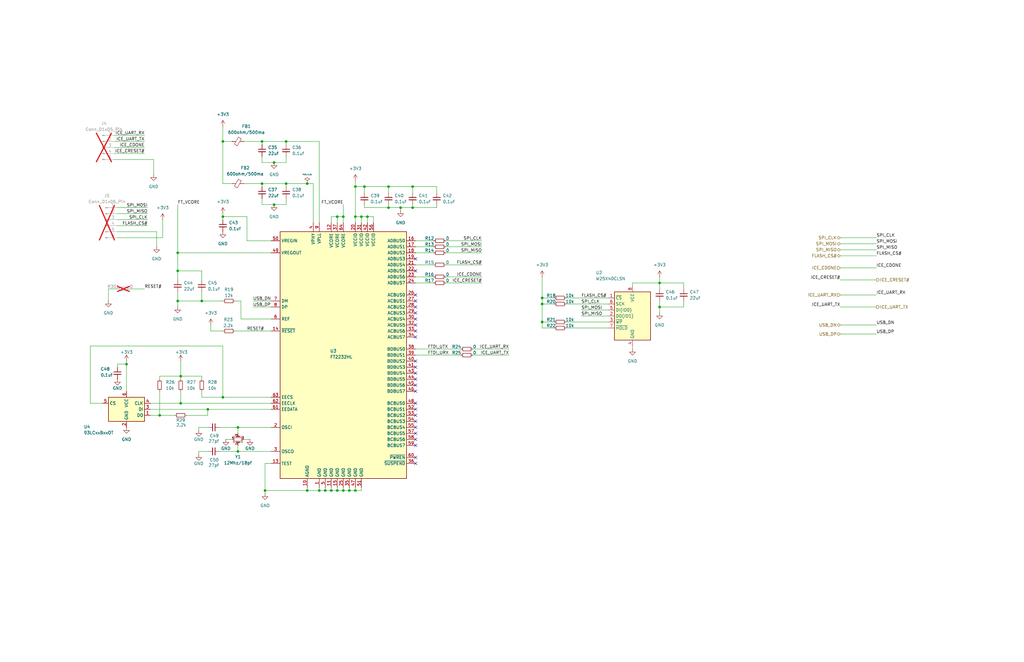
<source format=kicad_sch>
(kicad_sch (version 20231120) (generator "eeschema") (generator_version "8.0")
  (paper "USLedger")
  (lib_symbols
    (symbol "Connector:Conn_01x05_Pin" (pin_names (offset 1.016) hide)
      (property "Reference" "J" (at 0 7.62 0))
      (property "Value" "Conn_01x05_Pin" (at 0 -7.62 0))
      (symbol "Conn_01x05_Pin_1_1"
        (pin passive line (at 5.08 5.08 180) (length 3.81) (name "Pin_1") (number "1"))
        (pin passive line (at 5.08 2.54 180) (length 3.81) (name "Pin_2") (number "2"))
        (pin passive line (at 5.08 0 180) (length 3.81) (name "Pin_3") (number "3"))
        (pin passive line (at 5.08 -2.54 180) (length 3.81) (name "Pin_4") (number "4"))
        (pin passive line (at 5.08 -5.08 180) (length 3.81) (name "Pin_5") (number "5"))
      )
    )
    (symbol "Connector:Conn_01x06_Pin" (pin_names (offset 1.016) hide)
      (property "Reference" "J" (at 0 7.62 0))
      (property "Value" "Conn_01x06_Pin" (at 0 -10.16 0))
      (symbol "Conn_01x06_Pin_1_1"
        (pin passive line (at 5.08 5.08 180) (length 3.81) (name "Pin_1") (number "1"))
        (pin passive line (at 5.08 2.54 180) (length 3.81) (name "Pin_2") (number "2"))
        (pin passive line (at 5.08 0 180) (length 3.81) (name "Pin_3") (number "3"))
        (pin passive line (at 5.08 -2.54 180) (length 3.81) (name "Pin_4") (number "4"))
        (pin passive line (at 5.08 -5.08 180) (length 3.81) (name "Pin_5") (number "5"))
        (pin passive line (at 5.08 -7.62 180) (length 3.81) (name "Pin_6") (number "6"))
      )
    )
    (symbol "Device:C_Small" (pin_numbers hide) (pin_names (offset 0.254) hide)
      (property "Reference" "C" (at 0.254 1.778 0))
      (property "Value" "C_Small" (at 0.254 -2.032 0))
      (symbol "C_Small_1_1"
        (pin passive line (at 0 2.54 270) (length 2.032) (name "~") (number "1"))
        (pin passive line (at 0 -2.54 90) (length 2.032) (name "~") (number "2"))
      )
    )
    (symbol "Device:Crystal_GND24_Small" (pin_names (offset 1.016) hide)
      (property "Reference" "Y" (at 1.27 4.445 0))
      (property "Value" "Crystal_GND24_Small" (at 1.27 2.54 0))
      (symbol "Crystal_GND24_Small_1_1"
        (pin passive line (at -2.54 0 0) (length 1.27) (name "1") (number "1"))
        (pin passive line (at 0 -2.54 90) (length 0.635) (name "2") (number "2"))
        (pin passive line (at 2.54 0 180) (length 1.27) (name "3") (number "3"))
        (pin passive line (at 0 2.54 270) (length 0.635) (name "4") (number "4"))
      )
    )
    (symbol "Device:FerriteBead_Small" (pin_numbers hide) (pin_names (offset 0))
      (property "Reference" "FB" (at 1.905 1.27 0))
      (property "Value" "FerriteBead_Small" (at 1.905 -1.27 0))
      (symbol "FerriteBead_Small_1_1"
        (pin passive line (at 0 2.54 270) (length 1.27) (name "~") (number "1"))
        (pin passive line (at 0 -2.54 90) (length 1.27) (name "~") (number "2"))
      )
    )
    (symbol "Device:R_Small" (pin_numbers hide) (pin_names (offset 0.254) hide)
      (property "Reference" "R" (at 0.762 0.508 0))
      (property "Value" "R_Small" (at 0.762 -1.016 0))
      (symbol "R_Small_1_1"
        (pin passive line (at 0 2.54 270) (length 0.762) (name "~") (number "1"))
        (pin passive line (at 0 -2.54 90) (length 0.762) (name "~") (number "2"))
      )
    )
    (symbol "Interface_USB:FT2232HL"
      (property "Reference" "U" (at -26.67 53.34 0))
      (property "Value" "FT2232HL" (at 19.05 53.34 0))
      (symbol "FT2232HL_1_1"
        (pin power_in line (at -10.16 -55.88 90) (length 3.81) (name "GND") (number "1"))
        (pin power_in line (at -15.24 -55.88 90) (length 3.81) (name "AGND") (number "10"))
        (pin power_in line (at -5.08 -55.88 90) (length 3.81) (name "GND") (number "11"))
        (pin power_in line (at -5.08 55.88 270) (length 3.81) (name "VCORE") (number "12"))
        (pin input line (at -30.48 -45.72 0) (length 3.81) (name "TEST") (number "13"))
        (pin input line (at -30.48 10.16 0) (length 3.81) (name "~{RESET}") (number "14"))
        (pin power_in line (at -2.54 -55.88 90) (length 3.81) (name "GND") (number "15"))
        (pin bidirectional line (at 30.48 48.26 180) (length 3.81) (name "ADBUS0") (number "16"))
        (pin bidirectional line (at 30.48 45.72 180) (length 3.81) (name "ADBUS1") (number "17"))
        (pin bidirectional line (at 30.48 43.18 180) (length 3.81) (name "ADBUS2") (number "18"))
        (pin bidirectional line (at 30.48 40.64 180) (length 3.81) (name "ADBUS3") (number "19"))
        (pin input line (at -30.48 -30.48 0) (length 3.81) (name "OSCI") (number "2"))
        (pin power_in line (at 5.08 55.88 270) (length 3.81) (name "VCCIO") (number "20"))
        (pin bidirectional line (at 30.48 38.1 180) (length 3.81) (name "ADBUS4") (number "21"))
        (pin bidirectional line (at 30.48 35.56 180) (length 3.81) (name "ADBUS5") (number "22"))
        (pin bidirectional line (at 30.48 33.02 180) (length 3.81) (name "ADBUS6") (number "23"))
        (pin bidirectional line (at 30.48 30.48 180) (length 3.81) (name "ADBUS7") (number "24"))
        (pin power_in line (at 0 -55.88 90) (length 3.81) (name "GND") (number "25"))
        (pin bidirectional line (at 30.48 25.4 180) (length 3.81) (name "ACBUS0") (number "26"))
        (pin bidirectional line (at 30.48 22.86 180) (length 3.81) (name "ACBUS1") (number "27"))
        (pin bidirectional line (at 30.48 20.32 180) (length 3.81) (name "ACBUS2") (number "28"))
        (pin bidirectional line (at 30.48 17.78 180) (length 3.81) (name "ACBUS3") (number "29"))
        (pin output line (at -30.48 -40.64 0) (length 3.81) (name "OSCO") (number "3"))
        (pin bidirectional line (at 30.48 15.24 180) (length 3.81) (name "ACBUS4") (number "30"))
        (pin power_in line (at 7.62 55.88 270) (length 3.81) (name "VCCIO") (number "31"))
        (pin bidirectional line (at 30.48 12.7 180) (length 3.81) (name "ACBUS5") (number "32"))
        (pin bidirectional line (at 30.48 10.16 180) (length 3.81) (name "ACBUS6") (number "33"))
        (pin bidirectional line (at 30.48 7.62 180) (length 3.81) (name "ACBUS7") (number "34"))
        (pin power_in line (at 2.54 -55.88 90) (length 3.81) (name "GND") (number "35"))
        (pin output line (at 30.48 -45.72 180) (length 3.81) (name "~{SUSPEND}") (number "36"))
        (pin power_in line (at -2.54 55.88 270) (length 3.81) (name "VCORE") (number "37"))
        (pin bidirectional line (at 30.48 2.54 180) (length 3.81) (name "BDBUS0") (number "38"))
        (pin bidirectional line (at 30.48 0 180) (length 3.81) (name "BDBUS1") (number "39"))
        (pin power_in line (at -12.7 55.88 270) (length 3.81) (name "VPHY") (number "4"))
        (pin bidirectional line (at 30.48 -2.54 180) (length 3.81) (name "BDBUS2") (number "40"))
        (pin bidirectional line (at 30.48 -5.08 180) (length 3.81) (name "BDBUS3") (number "41"))
        (pin power_in line (at 10.16 55.88 270) (length 3.81) (name "VCCIO") (number "42"))
        (pin bidirectional line (at 30.48 -7.62 180) (length 3.81) (name "BDBUS4") (number "43"))
        (pin bidirectional line (at 30.48 -10.16 180) (length 3.81) (name "BDBUS5") (number "44"))
        (pin bidirectional line (at 30.48 -12.7 180) (length 3.81) (name "BDBUS6") (number "45"))
        (pin bidirectional line (at 30.48 -15.24 180) (length 3.81) (name "BDBUS7") (number "46"))
        (pin power_in line (at 5.08 -55.88 90) (length 3.81) (name "GND") (number "47"))
        (pin bidirectional line (at 30.48 -20.32 180) (length 3.81) (name "BCBUS0") (number "48"))
        (pin power_out line (at -30.48 43.18 0) (length 3.81) (name "VREGOUT") (number "49"))
        (pin power_in line (at -7.62 -55.88 90) (length 3.81) (name "GND") (number "5"))
        (pin power_in line (at -30.48 48.26 0) (length 3.81) (name "VREGIN") (number "50"))
        (pin power_in line (at 7.62 -55.88 90) (length 3.81) (name "GND") (number "51"))
        (pin bidirectional line (at 30.48 -22.86 180) (length 3.81) (name "BCBUS1") (number "52"))
        (pin bidirectional line (at 30.48 -25.4 180) (length 3.81) (name "BCBUS2") (number "53"))
        (pin bidirectional line (at 30.48 -27.94 180) (length 3.81) (name "BCBUS3") (number "54"))
        (pin bidirectional line (at 30.48 -30.48 180) (length 3.81) (name "BCBUS4") (number "55"))
        (pin power_in line (at 12.7 55.88 270) (length 3.81) (name "VCCIO") (number "56"))
        (pin bidirectional line (at 30.48 -33.02 180) (length 3.81) (name "BCBUS5") (number "57"))
        (pin bidirectional line (at 30.48 -35.56 180) (length 3.81) (name "BCBUS6") (number "58"))
        (pin bidirectional line (at 30.48 -38.1 180) (length 3.81) (name "BCBUS7") (number "59"))
        (pin output line (at -30.48 15.24 0) (length 3.81) (name "REF") (number "6"))
        (pin output line (at 30.48 -43.18 180) (length 3.81) (name "~{PWREN}") (number "60"))
        (pin bidirectional line (at -30.48 -22.86 0) (length 3.81) (name "EEDATA") (number "61"))
        (pin output line (at -30.48 -20.32 0) (length 3.81) (name "EECLK") (number "62"))
        (pin output line (at -30.48 -17.78 0) (length 3.81) (name "EECS") (number "63"))
        (pin power_in line (at 0 55.88 270) (length 3.81) (name "VCORE") (number "64"))
        (pin bidirectional line (at -30.48 22.86 0) (length 3.81) (name "DM") (number "7"))
        (pin bidirectional line (at -30.48 20.32 0) (length 3.81) (name "DP") (number "8"))
        (pin input line (at -10.16 55.88 270) (length 3.81) (name "VPLL") (number "9"))
      )
    )
    (symbol "Memory_EEPROM:93LCxxBxxOT"
      (property "Reference" "U" (at -6.35 6.35 0))
      (property "Value" "93LCxxBxxOT" (at 7.62 -6.35 0))
      (symbol "93LCxxBxxOT_1_1"
        (pin tri_state line (at 10.16 -2.54 180) (length 2.54) (name "DO") (number "1"))
        (pin power_in line (at 0 -7.62 90) (length 2.54) (name "GND") (number "2"))
        (pin input line (at 10.16 0 180) (length 2.54) (name "DI") (number "3"))
        (pin input line (at 10.16 2.54 180) (length 2.54) (name "CLK") (number "4"))
        (pin input line (at -10.16 2.54 0) (length 2.54) (name "CS") (number "5"))
        (pin power_in line (at 0 7.62 270) (length 2.54) (name "VCC") (number "6"))
      )
    )
    (symbol "Memory_Flash:W25X40CLSN"
      (property "Reference" "U" (at -7.62 10.16 0))
      (property "Value" "W25X40CLSN" (at 2.54 10.16 0))
      (symbol "W25X40CLSN_1_1"
        (pin input line (at -10.16 7.62 0) (length 2.54) (name "~{CS}") (number "1"))
        (pin bidirectional line (at -10.16 0 0) (length 2.54) (name "DO(IO1)") (number "2"))
        (pin bidirectional line (at -10.16 -2.54 0) (length 2.54) (name "~{WP}") (number "3"))
        (pin power_in line (at 0 -12.7 90) (length 2.54) (name "GND") (number "4"))
        (pin bidirectional line (at -10.16 2.54 0) (length 2.54) (name "DI(IO0)") (number "5"))
        (pin input line (at -10.16 5.08 0) (length 2.54) (name "SCK") (number "6"))
        (pin bidirectional line (at -10.16 -5.08 0) (length 2.54) (name "~{HOLD}") (number "7"))
        (pin power_in line (at 0 12.7 270) (length 2.54) (name "VCC") (number "8"))
      )
    )
    (symbol "power:+3V3" (power) (pin_numbers hide) (pin_names (offset 0) hide)
      (property "Value" "+3V3" (at 0 3.556 0))
      (symbol "+3V3_1_1"
        (pin power_in line (at 0 0 90) (length 0) (name "~") (number "1"))
      )
    )
    (symbol "power:GND" (power) (pin_numbers hide) (pin_names (offset 0) hide)
      (property "Value" "GND" (at 0 -3.81 0))
      (symbol "GND_1_1"
        (pin power_in line (at 0 0 270) (length 0) (name "~") (number "1"))
      )
    )
    (symbol "power:PWR_FLAG" (power) (pin_numbers hide) (pin_names (offset 0) hide)
      (property "Value" "PWR_FLAG" (at 0 3.81 0))
      (symbol "PWR_FLAG_0_0"
        (pin power_out line (at 0 0 90) (length 0) (name "~") (number "1"))
      )
    )
  )
  (junction (at 147.32 207.01))
  (junction (at 168.91 87.63))
  (junction (at 85.09 127))
  (junction (at 173.99 87.63))
  (junction (at 149.86 78.74))
  (junction (at 142.24 91.44))
  (junction (at 111.76 207.01))
  (junction (at 100.33 190.5))
  (junction (at 149.86 91.44))
  (junction (at 67.31 175.26))
  (junction (at 149.86 207.01))
  (junction (at 115.57 86.36))
  (junction (at 163.83 78.74))
  (junction (at 93.98 91.44))
  (junction (at 110.49 77.47))
  (junction (at 110.49 59.69))
  (junction (at 87.63 172.72))
  (junction (at 129.54 207.01))
  (junction (at 144.78 207.01))
  (junction (at 76.2 158.75))
  (junction (at 278.13 129.54))
  (junction (at 53.34 153.67))
  (junction (at 142.24 207.01))
  (junction (at 100.33 180.34))
  (junction (at 93.98 167.64))
  (junction (at 74.93 106.68))
  (junction (at 74.93 127))
  (junction (at 154.94 91.44))
  (junction (at 144.78 91.44))
  (junction (at 134.62 207.01))
  (junction (at 115.57 68.58))
  (junction (at 173.99 78.74))
  (junction (at 120.65 59.69))
  (junction (at 120.65 77.47))
  (junction (at 74.93 114.3))
  (junction (at 278.13 119.38))
  (junction (at 152.4 91.44))
  (junction (at 228.6 128.27))
  (junction (at 137.16 207.01))
  (junction (at 76.2 170.18))
  (junction (at 153.67 78.74))
  (junction (at 129.54 77.47))
  (junction (at 93.98 59.69))
  (junction (at 163.83 87.63))
  (junction (at 139.7 207.01))
  (junction (at 228.6 125.73))
  (junction (at 228.6 135.89))
  (no_connect (at 175.26 180.34))
  (no_connect (at 175.26 160.02))
  (no_connect (at 175.26 139.7))
  (no_connect (at 175.26 172.72))
  (no_connect (at 175.26 132.08))
  (no_connect (at 175.26 157.48))
  (no_connect (at 175.26 185.42))
  (no_connect (at 175.26 165.1))
  (no_connect (at 175.26 134.62))
  (no_connect (at 175.26 170.18))
  (no_connect (at 175.26 129.54))
  (no_connect (at 175.26 124.46))
  (no_connect (at 175.26 187.96))
  (no_connect (at 175.26 114.3))
  (no_connect (at 175.26 127))
  (no_connect (at 175.26 195.58))
  (no_connect (at 175.26 152.4))
  (no_connect (at 175.26 193.04))
  (no_connect (at 175.26 182.88))
  (no_connect (at 175.26 177.8))
  (no_connect (at 175.26 137.16))
  (no_connect (at 175.26 162.56))
  (no_connect (at 175.26 175.26))
  (no_connect (at 175.26 154.94))
  (no_connect (at 175.26 142.24))
  (no_connect (at 175.26 109.22))
  (wire (pts (xy 278.13 119.38) (xy 278.13 121.92)))
  (wire (pts (xy 111.76 207.01) (xy 129.54 207.01)))
  (wire (pts (xy 83.82 180.34) (xy 83.82 181.61)))
  (wire (pts (xy 67.31 160.02) (xy 67.31 158.75)))
  (wire (pts (xy 111.76 207.01) (xy 111.76 208.28)))
  (wire (pts (xy 163.83 86.36) (xy 163.83 87.63)))
  (wire (pts (xy 175.26 116.84) (xy 182.88 116.84)))
  (wire (pts (xy 48.26 59.69) (xy 60.96 59.69)))
  (wire (pts (xy 38.1 170.18) (xy 43.18 170.18)))
  (wire (pts (xy 288.29 127) (xy 288.29 129.54)))
  (wire (pts (xy 64.77 67.31) (xy 64.77 73.66)))
  (wire (pts (xy 49.53 121.92) (xy 45.72 121.92)))
  (wire (pts (xy 104.14 101.6) (xy 114.3 101.6)))
  (wire (pts (xy 187.96 104.14) (xy 203.2 104.14)))
  (wire (pts (xy 87.63 190.5) (xy 83.82 190.5)))
  (wire (pts (xy 175.26 111.76) (xy 182.88 111.76)))
  (wire (pts (xy 100.33 190.5) (xy 114.3 190.5)))
  (wire (pts (xy 369.57 129.54) (xy 354.33 129.54)))
  (wire (pts (xy 266.7 119.38) (xy 278.13 119.38)))
  (wire (pts (xy 114.3 195.58) (xy 111.76 195.58)))
  (wire (pts (xy 120.65 59.69) (xy 134.62 59.69)))
  (wire (pts (xy 92.71 190.5) (xy 100.33 190.5)))
  (wire (pts (xy 110.49 77.47) (xy 120.65 77.47)))
  (wire (pts (xy 49.53 92.71) (xy 62.23 92.71)))
  (wire (pts (xy 106.68 127) (xy 114.3 127)))
  (wire (pts (xy 76.2 158.75) (xy 76.2 160.02)))
  (wire (pts (xy 354.33 118.11) (xy 369.57 118.11)))
  (wire (pts (xy 67.31 165.1) (xy 67.31 175.26)))
  (wire (pts (xy 139.7 91.44) (xy 142.24 91.44)))
  (wire (pts (xy 354.33 113.03) (xy 369.57 113.03)))
  (wire (pts (xy 85.09 158.75) (xy 85.09 160.02)))
  (wire (pts (xy 173.99 78.74) (xy 173.99 81.28)))
  (wire (pts (xy 238.76 128.27) (xy 256.54 128.27)))
  (wire (pts (xy 104.14 91.44) (xy 104.14 101.6)))
  (wire (pts (xy 228.6 135.89) (xy 228.6 138.43)))
  (wire (pts (xy 45.72 121.92) (xy 45.72 127)))
  (wire (pts (xy 49.53 87.63) (xy 62.23 87.63)))
  (wire (pts (xy 144.78 86.36) (xy 144.78 91.44)))
  (wire (pts (xy 102.87 77.47) (xy 110.49 77.47)))
  (wire (pts (xy 245.11 133.35) (xy 256.54 133.35)))
  (wire (pts (xy 100.33 180.34) (xy 100.33 182.88)))
  (wire (pts (xy 184.15 78.74) (xy 184.15 81.28)))
  (wire (pts (xy 74.93 127) (xy 74.93 129.54)))
  (wire (pts (xy 157.48 91.44) (xy 157.48 93.98)))
  (wire (pts (xy 149.86 91.44) (xy 149.86 93.98)))
  (wire (pts (xy 288.29 119.38) (xy 288.29 121.92)))
  (wire (pts (xy 184.15 86.36) (xy 184.15 87.63)))
  (wire (pts (xy 369.57 140.97) (xy 354.33 140.97)))
  (wire (pts (xy 76.2 165.1) (xy 76.2 170.18)))
  (wire (pts (xy 85.09 127) (xy 93.98 127)))
  (wire (pts (xy 369.57 137.16) (xy 354.33 137.16)))
  (wire (pts (xy 74.93 127) (xy 85.09 127)))
  (wire (pts (xy 132.08 77.47) (xy 132.08 93.98)))
  (wire (pts (xy 93.98 146.05) (xy 93.98 167.64)))
  (wire (pts (xy 102.87 59.69) (xy 110.49 59.69)))
  (wire (pts (xy 245.11 130.81) (xy 256.54 130.81)))
  (wire (pts (xy 101.6 127) (xy 101.6 134.62)))
  (wire (pts (xy 147.32 205.74) (xy 147.32 207.01)))
  (wire (pts (xy 88.9 139.7) (xy 93.98 139.7)))
  (wire (pts (xy 110.49 77.47) (xy 110.49 78.74)))
  (wire (pts (xy 153.67 78.74) (xy 149.86 78.74)))
  (wire (pts (xy 354.33 102.87) (xy 369.57 102.87)))
  (wire (pts (xy 149.86 207.01) (xy 152.4 207.01)))
  (wire (pts (xy 154.94 91.44) (xy 154.94 93.98)))
  (wire (pts (xy 76.2 158.75) (xy 85.09 158.75)))
  (wire (pts (xy 63.5 170.18) (xy 76.2 170.18)))
  (wire (pts (xy 152.4 91.44) (xy 154.94 91.44)))
  (wire (pts (xy 93.98 92.71) (xy 93.98 91.44)))
  (wire (pts (xy 78.74 175.26) (xy 87.63 175.26)))
  (wire (pts (xy 163.83 78.74) (xy 163.83 81.28)))
  (wire (pts (xy 63.5 175.26) (xy 67.31 175.26)))
  (wire (pts (xy 175.26 147.32) (xy 194.31 147.32)))
  (wire (pts (xy 139.7 205.74) (xy 139.7 207.01)))
  (wire (pts (xy 74.93 123.19) (xy 74.93 127)))
  (wire (pts (xy 68.58 92.71) (xy 68.58 100.33)))
  (wire (pts (xy 152.4 91.44) (xy 152.4 93.98)))
  (wire (pts (xy 142.24 207.01) (xy 144.78 207.01)))
  (wire (pts (xy 175.26 101.6) (xy 182.88 101.6)))
  (wire (pts (xy 115.57 86.36) (xy 120.65 86.36)))
  (wire (pts (xy 144.78 205.74) (xy 144.78 207.01)))
  (wire (pts (xy 199.39 147.32) (xy 214.63 147.32)))
  (wire (pts (xy 48.26 67.31) (xy 64.77 67.31)))
  (wire (pts (xy 278.13 129.54) (xy 278.13 132.08)))
  (wire (pts (xy 142.24 205.74) (xy 142.24 207.01)))
  (wire (pts (xy 87.63 180.34) (xy 83.82 180.34)))
  (wire (pts (xy 49.53 97.79) (xy 66.04 97.79)))
  (wire (pts (xy 129.54 77.47) (xy 132.08 77.47)))
  (wire (pts (xy 175.26 149.86) (xy 194.31 149.86)))
  (wire (pts (xy 120.65 68.58) (xy 120.65 66.04)))
  (wire (pts (xy 154.94 91.44) (xy 157.48 91.44)))
  (wire (pts (xy 144.78 207.01) (xy 147.32 207.01)))
  (wire (pts (xy 163.83 78.74) (xy 173.99 78.74)))
  (wire (pts (xy 139.7 93.98) (xy 139.7 91.44)))
  (wire (pts (xy 153.67 86.36) (xy 153.67 87.63)))
  (wire (pts (xy 153.67 87.63) (xy 163.83 87.63)))
  (wire (pts (xy 100.33 180.34) (xy 114.3 180.34)))
  (wire (pts (xy 93.98 90.17) (xy 93.98 91.44)))
  (wire (pts (xy 93.98 167.64) (xy 114.3 167.64)))
  (wire (pts (xy 97.79 77.47) (xy 93.98 77.47)))
  (wire (pts (xy 278.13 127) (xy 278.13 129.54)))
  (wire (pts (xy 66.04 97.79) (xy 66.04 104.14)))
  (wire (pts (xy 110.49 68.58) (xy 115.57 68.58)))
  (wire (pts (xy 99.06 139.7) (xy 114.3 139.7)))
  (wire (pts (xy 92.71 180.34) (xy 100.33 180.34)))
  (wire (pts (xy 129.54 207.01) (xy 134.62 207.01)))
  (wire (pts (xy 266.7 119.38) (xy 266.7 120.65)))
  (wire (pts (xy 187.96 106.68) (xy 203.2 106.68)))
  (wire (pts (xy 137.16 207.01) (xy 139.7 207.01)))
  (wire (pts (xy 163.83 87.63) (xy 168.91 87.63)))
  (wire (pts (xy 76.2 152.4) (xy 76.2 158.75)))
  (wire (pts (xy 120.65 59.69) (xy 120.65 60.96)))
  (wire (pts (xy 48.26 62.23) (xy 60.96 62.23)))
  (wire (pts (xy 175.26 104.14) (xy 182.88 104.14)))
  (wire (pts (xy 95.25 185.42) (xy 97.79 185.42)))
  (wire (pts (xy 100.33 187.96) (xy 100.33 190.5)))
  (wire (pts (xy 228.6 125.73) (xy 228.6 128.27)))
  (wire (pts (xy 48.26 57.15) (xy 60.96 57.15)))
  (wire (pts (xy 134.62 207.01) (xy 137.16 207.01)))
  (wire (pts (xy 110.49 59.69) (xy 110.49 60.96)))
  (wire (pts (xy 87.63 172.72) (xy 114.3 172.72)))
  (wire (pts (xy 228.6 125.73) (xy 233.68 125.73)))
  (wire (pts (xy 93.98 59.69) (xy 93.98 77.47)))
  (wire (pts (xy 74.93 86.36) (xy 74.93 106.68)))
  (wire (pts (xy 142.24 91.44) (xy 142.24 93.98)))
  (wire (pts (xy 144.78 91.44) (xy 144.78 93.98)))
  (wire (pts (xy 153.67 78.74) (xy 163.83 78.74)))
  (wire (pts (xy 173.99 78.74) (xy 184.15 78.74)))
  (wire (pts (xy 120.65 77.47) (xy 120.65 78.74)))
  (wire (pts (xy 149.86 76.2) (xy 149.86 78.74)))
  (wire (pts (xy 187.96 101.6) (xy 203.2 101.6)))
  (wire (pts (xy 99.06 127) (xy 101.6 127)))
  (wire (pts (xy 142.24 91.44) (xy 144.78 91.44)))
  (wire (pts (xy 110.49 86.36) (xy 115.57 86.36)))
  (wire (pts (xy 149.86 78.74) (xy 149.86 91.44)))
  (wire (pts (xy 238.76 138.43) (xy 256.54 138.43)))
  (wire (pts (xy 134.62 205.74) (xy 134.62 207.01)))
  (wire (pts (xy 153.67 78.74) (xy 153.67 81.28)))
  (wire (pts (xy 354.33 124.46) (xy 369.57 124.46)))
  (wire (pts (xy 134.62 59.69) (xy 134.62 93.98)))
  (wire (pts (xy 139.7 207.01) (xy 142.24 207.01)))
  (wire (pts (xy 106.68 129.54) (xy 114.3 129.54)))
  (wire (pts (xy 187.96 116.84) (xy 203.2 116.84)))
  (wire (pts (xy 110.49 66.04) (xy 110.49 68.58)))
  (wire (pts (xy 129.54 205.74) (xy 129.54 207.01)))
  (wire (pts (xy 85.09 167.64) (xy 93.98 167.64)))
  (wire (pts (xy 175.26 106.68) (xy 182.88 106.68)))
  (wire (pts (xy 67.31 175.26) (xy 73.66 175.26)))
  (wire (pts (xy 54.61 121.92) (xy 60.96 121.92)))
  (wire (pts (xy 74.93 106.68) (xy 114.3 106.68)))
  (wire (pts (xy 137.16 205.74) (xy 137.16 207.01)))
  (wire (pts (xy 354.33 105.41) (xy 369.57 105.41)))
  (wire (pts (xy 149.86 91.44) (xy 152.4 91.44)))
  (wire (pts (xy 93.98 91.44) (xy 104.14 91.44)))
  (wire (pts (xy 266.7 146.05) (xy 266.7 147.32)))
  (wire (pts (xy 63.5 172.72) (xy 87.63 172.72)))
  (wire (pts (xy 49.53 153.67) (xy 53.34 153.67)))
  (wire (pts (xy 228.6 116.84) (xy 228.6 125.73)))
  (wire (pts (xy 173.99 86.36) (xy 173.99 87.63)))
  (wire (pts (xy 187.96 111.76) (xy 203.2 111.76)))
  (wire (pts (xy 199.39 149.86) (xy 214.63 149.86)))
  (wire (pts (xy 238.76 125.73) (xy 256.54 125.73)))
  (wire (pts (xy 168.91 87.63) (xy 173.99 87.63)))
  (wire (pts (xy 115.57 68.58) (xy 120.65 68.58)))
  (wire (pts (xy 228.6 128.27) (xy 228.6 135.89)))
  (wire (pts (xy 85.09 114.3) (xy 85.09 118.11)))
  (wire (pts (xy 278.13 116.84) (xy 278.13 119.38)))
  (wire (pts (xy 110.49 83.82) (xy 110.49 86.36)))
  (wire (pts (xy 111.76 195.58) (xy 111.76 207.01)))
  (wire (pts (xy 49.53 90.17) (xy 62.23 90.17)))
  (wire (pts (xy 88.9 137.16) (xy 88.9 139.7)))
  (wire (pts (xy 49.53 154.94) (xy 49.53 153.67)))
  (wire (pts (xy 49.53 95.25) (xy 62.23 95.25)))
  (wire (pts (xy 233.68 135.89) (xy 228.6 135.89)))
  (wire (pts (xy 120.65 77.47) (xy 129.54 77.47)))
  (wire (pts (xy 288.29 129.54) (xy 278.13 129.54)))
  (wire (pts (xy 175.26 119.38) (xy 182.88 119.38)))
  (wire (pts (xy 53.34 152.4) (xy 53.34 153.67)))
  (wire (pts (xy 101.6 134.62) (xy 114.3 134.62)))
  (wire (pts (xy 74.93 106.68) (xy 74.93 114.3)))
  (wire (pts (xy 354.33 100.33) (xy 369.57 100.33)))
  (wire (pts (xy 354.33 107.95) (xy 369.57 107.95)))
  (wire (pts (xy 85.09 127) (xy 85.09 123.19)))
  (wire (pts (xy 83.82 190.5) (xy 83.82 191.77)))
  (wire (pts (xy 110.49 59.69) (xy 120.65 59.69)))
  (wire (pts (xy 38.1 170.18) (xy 38.1 146.05)))
  (wire (pts (xy 49.53 100.33) (xy 68.58 100.33)))
  (wire (pts (xy 173.99 87.63) (xy 184.15 87.63)))
  (wire (pts (xy 278.13 119.38) (xy 288.29 119.38)))
  (wire (pts (xy 53.34 153.67) (xy 53.34 165.1)))
  (wire (pts (xy 147.32 207.01) (xy 149.86 207.01)))
  (wire (pts (xy 87.63 175.26) (xy 87.63 172.72)))
  (wire (pts (xy 74.93 114.3) (xy 85.09 114.3)))
  (wire (pts (xy 85.09 165.1) (xy 85.09 167.64)))
  (wire (pts (xy 97.79 59.69) (xy 93.98 59.69)))
  (wire (pts (xy 67.31 158.75) (xy 76.2 158.75)))
  (wire (pts (xy 48.26 64.77) (xy 60.96 64.77)))
  (wire (pts (xy 187.96 119.38) (xy 203.2 119.38)))
  (wire (pts (xy 228.6 138.43) (xy 233.68 138.43)))
  (wire (pts (xy 152.4 207.01) (xy 152.4 205.74)))
  (wire (pts (xy 238.76 135.89) (xy 256.54 135.89)))
  (wire (pts (xy 228.6 128.27) (xy 233.68 128.27)))
  (wire (pts (xy 102.87 185.42) (xy 105.41 185.42)))
  (wire (pts (xy 149.86 205.74) (xy 149.86 207.01)))
  (wire (pts (xy 38.1 146.05) (xy 93.98 146.05)))
  (wire (pts (xy 168.91 87.63) (xy 168.91 88.9)))
  (wire (pts (xy 120.65 86.36) (xy 120.65 83.82)))
  (wire (pts (xy 93.98 53.34) (xy 93.98 59.69)))
  (wire (pts (xy 74.93 114.3) (xy 74.93 118.11)))
  (wire (pts (xy 76.2 170.18) (xy 114.3 170.18)))
  (label "SPI_CLK" (at 369.57 100.33 0))
  (label "ICE_CDONE" (at 60.96 62.23 180))
  (label "ICE_UART_RX" (at 60.96 57.15 180))
  (label "ICE_CRESET#" (at 354.33 118.11 180))
  (label "SPI_MOSI" (at 369.57 102.87 0))
  (label "FLASH_CS#" (at 203.2 111.76 180))
  (label "RESET#" (at 60.96 121.92 0))
  (label "RESET#" (at 104.14 139.7 0))
  (label "ICE_UART_TX" (at 214.63 149.86 180))
  (label "ICE_UART_RX" (at 214.63 147.32 180))
  (label "SPI_CLK" (at 245.11 128.27 0))
  (label "FLASH_CS#" (at 245.11 125.73 0))
  (label "ICE_UART_RX" (at 369.57 124.46 0))
  (label "SPI_MISO" (at 62.23 90.17 180))
  (label "USB_DN" (at 106.68 127 0))
  (label "ICE_UART_TX" (at 354.33 129.54 180))
  (label "FLASH_CS#" (at 62.23 95.25 180))
  (label "FT_VCORE" (at 74.93 86.36 0))
  (label "ICE_UART_TX" (at 60.96 59.69 180))
  (label "SPI_MOSI" (at 203.2 104.14 180))
  (label "ICE_CRESET#" (at 203.2 119.38 180))
  (label "FT_VCORE" (at 144.78 86.36 180))
  (label "USB_DN" (at 369.57 137.16 0))
  (label "FLASH_CS#" (at 369.57 107.95 0))
  (label "ICE_CRESET#" (at 60.96 64.77 180))
  (label "ICE_CDONE" (at 203.2 116.84 180))
  (label "SPI_CLK" (at 62.23 92.71 180))
  (label "SPI_CLK" (at 203.2 101.6 180))
  (label "ICE_CDONE" (at 369.57 113.03 0))
  (label "SPI_MISO" (at 245.11 133.35 0))
  (label "USB_DP" (at 106.68 129.54 0))
  (label "FTDI_URX" (at 180.34 149.86 0))
  (label "USB_DP" (at 369.57 140.97 0))
  (label "FTDI_UTX" (at 180.34 147.32 0))
  (label "SPI_MOSI" (at 245.11 130.81 0))
  (label "SPI_MOSI" (at 62.23 87.63 180))
  (label "SPI_MISO" (at 369.57 105.41 0))
  (label "SPI_MISO" (at 203.2 106.68 180))
  (hierarchical_label "FLASH_CS#" (shape bidirectional) (at 354.33 107.95 180))
  (hierarchical_label "USB_DP" (shape bidirectional) (at 354.33 140.97 180))
  (hierarchical_label "SPI_MISO" (shape bidirectional) (at 354.33 105.41 180))
  (hierarchical_label "USB_DN" (shape bidirectional) (at 354.33 137.16 180))
  (hierarchical_label "SPI_CLK" (shape bidirectional) (at 354.33 100.33 180))
  (hierarchical_label "ICE_UART_TX" (shape output) (at 369.57 129.54 0))
  (hierarchical_label "ICE_CDONE" (shape input) (at 354.33 113.03 180))
  (hierarchical_label "ICE_UART_RX" (shape input) (at 354.33 124.46 180))
  (hierarchical_label "ICE_CRESET#" (shape output) (at 369.57 118.11 0))
  (hierarchical_label "SPI_MOSI" (shape bidirectional) (at 354.33 102.87 180))
  (symbol (lib_id "power:GND") (at 74.93 129.54 0) (unit 1)
    (property "Reference" "#PWR053" (effects (hide yes)))
    (property "Value" "GND" (at 74.93 134.62 0))
    (property "Description" "Power symbol creates a global label with name \"GND\" , ground" (effects (hide yes)))
  )
  (symbol (lib_id "power:+3V3") (at 93.98 90.17 0) (unit 1)
    (property "Reference" "#PWR046" (effects (hide yes)))
    (property "Value" "+3V3" (at 93.98 85.09 0))
    (property "Description" "Power symbol creates a global label with name \"+3V3\"" (effects (hide yes)))
  )
  (symbol (lib_id "power:GND") (at 105.41 185.42 0) (unit 1)
    (property "Reference" "#PWR063" (effects (hide yes)))
    (property "Value" "GND" (at 105.41 189.23 0))
    (property "Description" "Power symbol creates a global label with name \"GND\" , ground" (effects (hide yes)))
  )
  (symbol (lib_id "Device:C_Small") (at 93.98 95.25 0) (unit 1)
    (property "Reference" "C43" (at 96.52 93.9862 0) (effects (justify left)))
    (property "Value" "0.1uf" (at 96.52 96.5262 0) (effects (justify left)))
    (property "Footprint" "Capacitor_SMD:C_0402_1005Metric" (effects (hide yes)))
    (property "Description" "Unpolarized capacitor, small symbol" (effects (hide yes)))
    (property "LCSC Part #" "C1525" (effects (hide yes)))
    (property "Digi-Key Part Number" "490-6328-1-ND" (effects (hide yes)))
  )
  (symbol (lib_id "Device:R_Small") (at 185.42 111.76 90) (unit 1)
    (property "Reference" "R15" (at 181.102 110.744 90))
    (property "Value" "0" (at 188.722 110.744 90))
    (property "Footprint" "Resistor_SMD:R_0603_1608Metric" (effects (hide yes)))
    (property "Description" "Resistor, small symbol" (effects (hide yes)))
    (property "LCSC Part #" "C21189" (effects (hide yes)))
    (property "Digi-Key Part Number" "CR0603-J/-000ELFCT-ND" (effects (hide yes)))
  )
  (symbol (lib_id "Device:R_Small") (at 76.2 175.26 90) (unit 1)
    (property "Reference" "R29" (at 76.2 177.292 90))
    (property "Value" "2.2k" (at 76.454 179.324 90))
    (property "Footprint" "Resistor_SMD:R_0603_1608Metric" (effects (hide yes)))
    (property "Description" "Resistor, small symbol" (effects (hide yes)))
    (property "LCSC Part #" "C4190" (effects (hide yes)))
    (property "Digi-Key Part Number" "118-CR0603-FX-2201ELFCT-ND" (effects (hide yes)))
  )
  (symbol (lib_id "power:GND") (at 266.7 147.32 0) (unit 1)
    (property "Reference" "#PWR056" (effects (hide yes)))
    (property "Value" "GND" (at 266.7 152.4 0))
    (property "Description" "Power symbol creates a global label with name \"GND\" , ground" (effects (hide yes)))
  )
  (symbol (lib_id "power:+3V3") (at 68.58 92.71 0) (unit 1)
    (property "Reference" "#PWR047" (effects (hide yes)))
    (property "Value" "+3V3" (at 68.58 87.63 0))
    (property "Description" "Power symbol creates a global label with name \"+3V3\"" (effects (hide yes)))
  )
  (symbol (lib_id "power:GND") (at 45.72 127 0) (unit 1)
    (property "Reference" "#PWR052" (effects (hide yes)))
    (property "Value" "GND" (at 45.72 132.08 0))
    (property "Description" "Power symbol creates a global label with name \"GND\" , ground" (effects (hide yes)))
  )
  (symbol (lib_id "power:GND") (at 83.82 191.77 0) (unit 1)
    (property "Reference" "#PWR064" (effects (hide yes)))
    (property "Value" "GND" (at 83.82 195.58 0))
    (property "Description" "Power symbol creates a global label with name \"GND\" , ground" (effects (hide yes)))
  )
  (symbol (lib_id "Device:C_Small") (at 85.09 120.65 0) (unit 1)
    (property "Reference" "C45" (at 87.63 119.3862 0) (effects (justify left)))
    (property "Value" "0.1uf" (at 87.63 121.9262 0) (effects (justify left)))
    (property "Footprint" "Capacitor_SMD:C_0402_1005Metric" (effects (hide yes)))
    (property "Description" "Unpolarized capacitor, small symbol" (effects (hide yes)))
    (property "LCSC Part #" "C1525" (effects (hide yes)))
    (property "Digi-Key Part Number" "490-6328-1-ND" (effects (hide yes)))
  )
  (symbol (lib_id "power:+3V3") (at 228.6 116.84 0) (unit 1)
    (property "Reference" "#PWR050" (effects (hide yes)))
    (property "Value" "+3V3" (at 228.6 111.76 0))
    (property "Description" "Power symbol creates a global label with name \"+3V3\"" (effects (hide yes)))
  )
  (symbol (lib_id "Device:C_Small") (at 184.15 83.82 0) (unit 1)
    (property "Reference" "C42" (at 186.69 82.5562 0) (effects (justify left)))
    (property "Value" "0.1uf" (at 186.69 85.0962 0) (effects (justify left)))
    (property "Footprint" "Capacitor_SMD:C_0402_1005Metric" (effects (hide yes)))
    (property "Description" "Unpolarized capacitor, small symbol" (effects (hide yes)))
    (property "LCSC Part #" "C1525" (effects (hide yes)))
    (property "Digi-Key Part Number" "490-6328-1-ND" (effects (hide yes)))
  )
  (symbol (lib_id "Device:C_Small") (at 90.17 180.34 270) (unit 1)
    (property "Reference" "C49" (at 88.392 183.896 90) (effects (justify left)))
    (property "Value" "27pf" (at 87.884 186.182 90) (effects (justify left)))
    (property "Footprint" "Capacitor_SMD:C_0402_1005Metric" (effects (hide yes)))
    (property "Description" "Unpolarized capacitor, small symbol" (effects (hide yes)))
    (property "LCSC Part #" "C1555" (effects (hide yes)))
    (property "Digi-Key Part Number" "490-5869-1-ND " (effects (hide yes)))
  )
  (symbol (lib_id "Memory_Flash:W25X40CLSN") (at 266.7 133.35 0) (unit 1)
    (property "Reference" "U2" (at 251.206 115.062 0) (effects (justify left)))
    (property "Value" "W25X40CLSN" (at 251.206 117.602 0) (effects (justify left)))
    (property "Footprint" "Package_SO:SOIC-8_3.9x4.9mm_P1.27mm" (effects (hide yes)))
    (property "Datasheet" "https://www.winbond.com/resource-files/W25X40CL_G%2020210505.pdf" (effects (hide yes)))
    (property "Description" "4Mbit Serial Flash memory, dual I/O SPI, SOIC-8" (effects (hide yes)))
    (property "LCSC Part #" "C19617" (effects (hide yes)))
    (property "Digi-Key Part Number" "W25X40CLSNIG-ND" (effects (hide yes)))
  )
  (symbol (lib_id "Connector:Conn_01x06_Pin") (at 44.45 92.71 0) (unit 1) (in_bom no) (dnp yes)
    (property "Reference" "J5" (at 45.085 82.55 0))
    (property "Value" "Conn_01x06_Pin" (at 45.085 85.09 0))
    (property "Footprint" "Connector_PinHeader_2.54mm:PinHeader_1x06_P2.54mm_Vertical" (effects (hide yes)))
    (property "Description" "Generic connector, single row, 01x06, script generated" (effects (hide yes)))
    (property "Digi-Key Part Number" "DNP" (effects (hide yes)))
    (property "LCSC Part #" "DNP" (effects (hide yes)))
  )
  (symbol (lib_id "power:+3V3") (at 93.98 53.34 0) (unit 1)
    (property "Reference" "#PWR040" (effects (hide yes)))
    (property "Value" "+3V3" (at 93.98 48.26 0))
    (property "Description" "Power symbol creates a global label with name \"+3V3\"" (effects (hide yes)))
  )
  (symbol (lib_id "Device:C_Small") (at 153.67 83.82 0) (unit 1)
    (property "Reference" "C39" (at 156.21 82.5562 0) (effects (justify left)))
    (property "Value" "0.1uf" (at 156.21 85.0962 0) (effects (justify left)))
    (property "Footprint" "Capacitor_SMD:C_0402_1005Metric" (effects (hide yes)))
    (property "Description" "Unpolarized capacitor, small symbol" (effects (hide yes)))
    (property "LCSC Part #" "C1525" (effects (hide yes)))
    (property "Digi-Key Part Number" "490-6328-1-ND" (effects (hide yes)))
  )
  (symbol (lib_id "Device:C_Small") (at 90.17 190.5 270) (unit 1)
    (property "Reference" "C50" (at 88.392 194.056 90) (effects (justify left)))
    (property "Value" "27pf" (at 87.884 196.342 90) (effects (justify left)))
    (property "Footprint" "Capacitor_SMD:C_0402_1005Metric" (effects (hide yes)))
    (property "Description" "Unpolarized capacitor, small symbol" (effects (hide yes)))
    (property "LCSC Part #" "C1555" (effects (hide yes)))
    (property "Digi-Key Part Number" "490-5869-1-ND " (effects (hide yes)))
  )
  (symbol (lib_id "power:GND") (at 278.13 132.08 0) (unit 1)
    (property "Reference" "#PWR054" (effects (hide yes)))
    (property "Value" "GND" (at 278.13 137.16 0))
    (property "Description" "Power symbol creates a global label with name \"GND\" , ground" (effects (hide yes)))
  )
  (symbol (lib_id "Device:FerriteBead_Small") (at 100.33 59.69 90) (unit 1)
    (property "Reference" "FB1" (at 103.886 53.34 90))
    (property "Value" "600ohm/500ma" (at 103.886 55.88 90))
    (property "Footprint" "Inductor_SMD:L_0603_1608Metric" (effects (hide yes)))
    (property "Description" "Ferrite bead, small symbol" (effects (hide yes)))
    (property "LCSC Part #" "C1002" (effects (hide yes)))
    (property "Digi-Key Part Number" "490-5258-1-ND " (effects (hide yes)))
  )
  (symbol (lib_id "Device:R_Small") (at 236.22 138.43 90) (unit 1)
    (property "Reference" "R22" (at 232.41 137.414 90))
    (property "Value" "10k" (at 240.284 137.414 90))
    (property "Footprint" "Resistor_SMD:R_0603_1608Metric" (effects (hide yes)))
    (property "Description" "Resistor, small symbol" (effects (hide yes)))
    (property "LCSC Part #" "C25804" (effects (hide yes)))
    (property "Digi-Key Part Number" "CR0603-FX-1002ELFCT-ND" (effects (hide yes)))
  )
  (symbol (lib_id "Device:R_Small") (at 52.07 121.92 90) (unit 1) (in_bom no) (dnp yes)
    (property "Reference" "R301" (at 47.752 120.904 90))
    (property "Value" "0" (at 55.372 120.904 90))
    (property "Footprint" "Resistor_SMD:R_0603_1608Metric" (effects (hide yes)))
    (property "Description" "Resistor, small symbol" (effects (hide yes)))
    (property "LCSC Part #" "C21189" (effects (hide yes)))
    (property "Digi-Key Part Number" "CR0603-J/-000ELFCT-ND" (effects (hide yes)))
  )
  (symbol (lib_id "power:GND") (at 168.91 88.9 0) (unit 1)
    (property "Reference" "#PWR045" (effects (hide yes)))
    (property "Value" "GND" (at 168.91 93.98 0))
    (property "Description" "Power symbol creates a global label with name \"GND\" , ground" (effects (hide yes)))
  )
  (symbol (lib_id "Device:R_Small") (at 185.42 104.14 90) (unit 1)
    (property "Reference" "R13" (at 181.102 103.124 90))
    (property "Value" "0" (at 188.722 103.124 90))
    (property "Footprint" "Resistor_SMD:R_0603_1608Metric" (effects (hide yes)))
    (property "Description" "Resistor, small symbol" (effects (hide yes)))
    (property "LCSC Part #" "C21189" (effects (hide yes)))
    (property "Digi-Key Part Number" "CR0603-J/-000ELFCT-ND" (effects (hide yes)))
  )
  (symbol (lib_id "Device:R_Small") (at 236.22 135.89 90) (unit 1)
    (property "Reference" "R21" (at 232.41 134.874 90))
    (property "Value" "10k" (at 240.284 134.874 90))
    (property "Footprint" "Resistor_SMD:R_0603_1608Metric" (effects (hide yes)))
    (property "Description" "Resistor, small symbol" (effects (hide yes)))
    (property "LCSC Part #" "C25804" (effects (hide yes)))
    (property "Digi-Key Part Number" "CR0603-FX-1002ELFCT-ND" (effects (hide yes)))
  )
  (symbol (lib_id "Device:C_Small") (at 173.99 83.82 0) (unit 1)
    (property "Reference" "C41" (at 176.53 82.5562 0) (effects (justify left)))
    (property "Value" "0.1uf" (at 176.53 85.0962 0) (effects (justify left)))
    (property "Footprint" "Capacitor_SMD:C_0402_1005Metric" (effects (hide yes)))
    (property "Description" "Unpolarized capacitor, small symbol" (effects (hide yes)))
    (property "LCSC Part #" "C1525" (effects (hide yes)))
    (property "Digi-Key Part Number" "490-6328-1-ND" (effects (hide yes)))
  )
  (symbol (lib_id "power:+3V3") (at 88.9 137.16 0) (unit 1)
    (property "Reference" "#PWR055" (effects (hide yes)))
    (property "Value" "+3V3" (at 88.9 132.08 0))
    (property "Description" "Power symbol creates a global label with name \"+3V3\"" (effects (hide yes)))
  )
  (symbol (lib_id "power:+3V3") (at 149.86 76.2 0) (unit 1)
    (property "Reference" "#PWR043" (effects (hide yes)))
    (property "Value" "+3V3" (at 149.86 71.12 0))
    (property "Description" "Power symbol creates a global label with name \"+3V3\"" (effects (hide yes)))
  )
  (symbol (lib_id "power:GND") (at 93.98 97.79 0) (unit 1)
    (property "Reference" "#PWR048" (effects (hide yes)))
    (property "Value" "GND" (at 93.98 102.87 0))
    (property "Description" "Power symbol creates a global label with name \"GND\" , ground" (effects (hide yes)))
  )
  (symbol (lib_id "Device:C_Small") (at 74.93 120.65 0) (unit 1)
    (property "Reference" "C44" (at 77.47 119.3862 0) (effects (justify left)))
    (property "Value" "22uf" (at 77.47 121.9262 0) (effects (justify left)))
    (property "Footprint" "Capacitor_SMD:C_0603_1608Metric" (effects (hide yes)))
    (property "Description" "Unpolarized capacitor, small symbol" (effects (hide yes)))
    (property "LCSC Part #" "C59461" (effects (hide yes)))
    (property "Digi-Key Part Number" "490-7611-1-ND" (effects (hide yes)))
  )
  (symbol (lib_id "Device:C_Small") (at 49.53 157.48 0) (unit 1)
    (property "Reference" "C48" (at 42.418 155.702 0) (effects (justify left)))
    (property "Value" "0.1uf" (at 42.418 158.242 0) (effects (justify left)))
    (property "Footprint" "Capacitor_SMD:C_0402_1005Metric" (effects (hide yes)))
    (property "Description" "Unpolarized capacitor, small symbol" (effects (hide yes)))
    (property "LCSC Part #" "C1525" (effects (hide yes)))
    (property "Digi-Key Part Number" "490-6328-1-ND" (effects (hide yes)))
  )
  (symbol (lib_id "Connector:Conn_01x05_Pin") (at 43.18 62.23 0) (unit 1) (dnp yes)
    (property "Reference" "J4" (at 43.815 52.07 0))
    (property "Value" "Conn_01x05_Pin" (at 43.815 54.61 0))
    (property "Footprint" "Connector_PinHeader_2.54mm:PinHeader_1x05_P2.54mm_Vertical" (effects (hide yes)))
    (property "Description" "Generic connector, single row, 01x05, script generated" (effects (hide yes)))
    (property "Digi-Key Part Number" "DNP" (effects (hide yes)))
    (property "LCSC Part #" "DNP" (effects (hide yes)))
  )
  (symbol (lib_id "power:GND") (at 66.04 104.14 0) (unit 1)
    (property "Reference" "#PWR049" (effects (hide yes)))
    (property "Value" "GND" (at 66.04 109.22 0))
    (property "Description" "Power symbol creates a global label with name \"GND\" , ground" (effects (hide yes)))
  )
  (symbol (lib_id "Device:C_Small") (at 120.65 63.5 0) (unit 1)
    (property "Reference" "C36" (at 123.19 62.2362 0) (effects (justify left)))
    (property "Value" "0.1uf" (at 123.19 64.7762 0) (effects (justify left)))
    (property "Footprint" "Capacitor_SMD:C_0402_1005Metric" (effects (hide yes)))
    (property "Description" "Unpolarized capacitor, small symbol" (effects (hide yes)))
    (property "LCSC Part #" "C1525" (effects (hide yes)))
    (property "Digi-Key Part Number" "490-6328-1-ND" (effects (hide yes)))
  )
  (symbol (lib_id "Device:R_Small") (at 185.42 116.84 90) (unit 1)
    (property "Reference" "R16" (at 181.102 115.824 90))
    (property "Value" "0" (at 188.722 115.824 90))
    (property "Footprint" "Resistor_SMD:R_0603_1608Metric" (effects (hide yes)))
    (property "Description" "Resistor, small symbol" (effects (hide yes)))
    (property "LCSC Part #" "C21189" (effects (hide yes)))
    (property "Digi-Key Part Number" "CR0603-J/-000ELFCT-ND" (effects (hide yes)))
  )
  (symbol (lib_id "power:GND") (at 49.53 160.02 0) (unit 1)
    (property "Reference" "#PWR059" (effects (hide yes)))
    (property "Value" "GND" (at 49.53 163.83 0))
    (property "Description" "Power symbol creates a global label with name \"GND\" , ground" (effects (hide yes)))
  )
  (symbol (lib_id "Device:R_Small") (at 96.52 139.7 90) (unit 1)
    (property "Reference" "R23" (at 96.266 134.874 90))
    (property "Value" "2.2k" (at 96.266 137.414 90))
    (property "Footprint" "Resistor_SMD:R_0603_1608Metric" (effects (hide yes)))
    (property "Description" "Resistor, small symbol" (effects (hide yes)))
    (property "LCSC Part #" "C4190" (effects (hide yes)))
    (property "Digi-Key Part Number" "118-CR0603-FX-2201ELFCT-ND" (effects (hide yes)))
  )
  (symbol (lib_id "Device:C_Small") (at 110.49 81.28 0) (unit 1)
    (property "Reference" "C37" (at 113.03 80.0162 0) (effects (justify left)))
    (property "Value" "22uf" (at 113.03 82.5562 0) (effects (justify left)))
    (property "Footprint" "Capacitor_SMD:C_0603_1608Metric" (effects (hide yes)))
    (property "Description" "Unpolarized capacitor, small symbol" (effects (hide yes)))
    (property "LCSC Part #" "C59461" (effects (hide yes)))
    (property "Digi-Key Part Number" "490-7611-1-ND" (effects (hide yes)))
  )
  (symbol (lib_id "Device:R_Small") (at 185.42 106.68 90) (unit 1)
    (property "Reference" "R14" (at 181.102 105.664 90))
    (property "Value" "0" (at 188.722 105.664 90))
    (property "Footprint" "Resistor_SMD:R_0603_1608Metric" (effects (hide yes)))
    (property "Description" "Resistor, small symbol" (effects (hide yes)))
    (property "LCSC Part #" "C21189" (effects (hide yes)))
    (property "Digi-Key Part Number" "CR0603-J/-000ELFCT-ND" (effects (hide yes)))
  )
  (symbol (lib_id "power:GND") (at 53.34 180.34 0) (unit 1)
    (property "Reference" "#PWR060" (effects (hide yes)))
    (property "Value" "GND" (at 53.34 185.42 0))
    (property "Description" "Power symbol creates a global label with name \"GND\" , ground" (effects (hide yes)))
  )
  (symbol (lib_id "power:GND") (at 95.25 185.42 0) (unit 1)
    (property "Reference" "#PWR062" (effects (hide yes)))
    (property "Value" "GND" (at 95.25 189.23 0))
    (property "Description" "Power symbol creates a global label with name \"GND\" , ground" (effects (hide yes)))
  )
  (symbol (lib_id "Device:C_Small") (at 163.83 83.82 0) (unit 1)
    (property "Reference" "C40" (at 166.37 82.5562 0) (effects (justify left)))
    (property "Value" "0.1uf" (at 166.37 85.0962 0) (effects (justify left)))
    (property "Footprint" "Capacitor_SMD:C_0402_1005Metric" (effects (hide yes)))
    (property "Description" "Unpolarized capacitor, small symbol" (effects (hide yes)))
    (property "LCSC Part #" "C1525" (effects (hide yes)))
    (property "Digi-Key Part Number" "490-6328-1-ND" (effects (hide yes)))
  )
  (symbol (lib_id "Device:R_Small") (at 185.42 101.6 90) (unit 1)
    (property "Reference" "R12" (at 181.102 100.584 90))
    (property "Value" "0" (at 188.722 100.584 90))
    (property "Footprint" "Resistor_SMD:R_0603_1608Metric" (effects (hide yes)))
    (property "Description" "Resistor, small symbol" (effects (hide yes)))
    (property "LCSC Part #" "C21189" (effects (hide yes)))
    (property "Digi-Key Part Number" "CR0603-J/-000ELFCT-ND" (effects (hide yes)))
  )
  (symbol (lib_id "Device:FerriteBead_Small") (at 100.33 77.47 90) (unit 1)
    (property "Reference" "FB2" (at 103.378 70.866 90))
    (property "Value" "600ohm/500ma" (at 103.378 73.406 90))
    (property "Footprint" "Inductor_SMD:L_0603_1608Metric" (effects (hide yes)))
    (property "Description" "Ferrite bead, small symbol" (effects (hide yes)))
    (property "LCSC Part #" "C1002" (effects (hide yes)))
    (property "Digi-Key Part Number" "490-5258-1-ND " (effects (hide yes)))
  )
  (symbol (lib_id "Device:R_Small") (at 96.52 127 90) (unit 1)
    (property "Reference" "R19" (at 96.52 122.174 90))
    (property "Value" "12k" (at 96.52 124.714 90))
    (property "Footprint" "Resistor_SMD:R_0603_1608Metric" (effects (hide yes)))
    (property "Description" "Resistor, small symbol" (effects (hide yes)))
    (property "LCSC Part #" "C22790" (effects (hide yes)))
    (property "Digi-Key Part Number" "118-CR0603-FX-1202ELFCT-ND" (effects (hide yes)))
  )
  (symbol (lib_id "power:GND") (at 115.57 68.58 0) (unit 1)
    (property "Reference" "#PWR041" (effects (hide yes)))
    (property "Value" "GND" (at 115.57 73.66 0))
    (property "Description" "Power symbol creates a global label with name \"GND\" , ground" (effects (hide yes)))
  )
  (symbol (lib_id "Device:R_Small") (at 185.42 119.38 90) (unit 1)
    (property "Reference" "R17" (at 181.102 118.364 90))
    (property "Value" "0" (at 188.722 118.364 90))
    (property "Footprint" "Resistor_SMD:R_0603_1608Metric" (effects (hide yes)))
    (property "Description" "Resistor, small symbol" (effects (hide yes)))
    (property "LCSC Part #" "C21189" (effects (hide yes)))
    (property "Digi-Key Part Number" "CR0603-J/-000ELFCT-ND" (effects (hide yes)))
  )
  (symbol (lib_id "Device:C_Small") (at 120.65 81.28 0) (unit 1)
    (property "Reference" "C38" (at 123.19 80.0162 0) (effects (justify left)))
    (property "Value" "0.1uf" (at 123.19 82.5562 0) (effects (justify left)))
    (property "Footprint" "Capacitor_SMD:C_0402_1005Metric" (effects (hide yes)))
    (property "Description" "Unpolarized capacitor, small symbol" (effects (hide yes)))
    (property "LCSC Part #" "C1525" (effects (hide yes)))
    (property "Digi-Key Part Number" "490-6328-1-ND" (effects (hide yes)))
  )
  (symbol (lib_id "power:PWR_FLAG") (at 129.54 77.47 0) (unit 1)
    (property "Reference" "#FLG06" (effects (hide yes)))
    (property "Value" "PWR_FLAG" (at 129.54 73.66 0) (effects (font (size 0.508 0.508))))
    (property "Description" "Special symbol for telling ERC where power comes from" (effects (hide yes)))
  )
  (symbol (lib_id "Device:C_Small") (at 110.49 63.5 0) (unit 1)
    (property "Reference" "C35" (at 113.03 62.2362 0) (effects (justify left)))
    (property "Value" "22uf" (at 113.03 64.7762 0) (effects (justify left)))
    (property "Footprint" "Capacitor_SMD:C_0603_1608Metric" (effects (hide yes)))
    (property "Description" "Unpolarized capacitor, small symbol" (effects (hide yes)))
    (property "LCSC Part #" "C59461" (effects (hide yes)))
    (property "Digi-Key Part Number" "490-7611-1-ND" (effects (hide yes)))
  )
  (symbol (lib_id "power:+3V3") (at 76.2 152.4 0) (unit 1)
    (property "Reference" "#PWR058" (effects (hide yes)))
    (property "Value" "+3V3" (at 76.454 148.59 0))
    (property "Description" "Power symbol creates a global label with name \"+3V3\"" (effects (hide yes)))
  )
  (symbol (lib_id "Device:R_Small") (at 196.85 147.32 90) (unit 1)
    (property "Reference" "R24" (at 192.532 146.304 90))
    (property "Value" "0" (at 200.152 146.304 90))
    (property "Footprint" "Resistor_SMD:R_0603_1608Metric" (effects (hide yes)))
    (property "Description" "Resistor, small symbol" (effects (hide yes)))
    (property "LCSC Part #" "C21189" (effects (hide yes)))
    (property "Digi-Key Part Number" "CR0603-J/-000ELFCT-ND" (effects (hide yes)))
  )
  (symbol (lib_id "Device:R_Small") (at 196.85 149.86 90) (unit 1)
    (property "Reference" "R25" (at 192.532 148.844 90))
    (property "Value" "0" (at 200.152 148.844 90))
    (property "Footprint" "Resistor_SMD:R_0603_1608Metric" (effects (hide yes)))
    (property "Description" "Resistor, small symbol" (effects (hide yes)))
    (property "LCSC Part #" "C21189" (effects (hide yes)))
    (property "Digi-Key Part Number" "CR0603-J/-000ELFCT-ND" (effects (hide yes)))
  )
  (symbol (lib_id "Memory_EEPROM:93LCxxBxxOT") (at 53.34 172.72 0) (unit 1)
    (property "Reference" "U4" (at 35.306 180.086 0) (effects (justify left)))
    (property "Value" "93LCxxBxxOT" (at 35.306 182.626 0) (effects (justify left)))
    (property "Footprint" "Package_TO_SOT_SMD:SOT-23-6" (effects (hide yes)))
    (property "Datasheet" "http://ww1.microchip.com/downloads/en/DeviceDoc/20001749K.pdf" (effects (hide yes)))
    (property "Description" "Serial EEPROM, 93 Series, 2.5V, SOT-23-6" (effects (hide yes)))
    (property "LCSC Part #" "C190271" (effects (hide yes)))
    (property "Digi-Key Part Number" "93LC56BT-I/OTCT-ND" (effects (hide yes)))
  )
  (symbol (lib_id "Device:R_Small") (at 67.31 162.56 0) (unit 1)
    (property "Reference" "R26" (at 69.85 161.2899 0) (effects (justify left)))
    (property "Value" "10k" (at 69.85 163.8299 0) (effects (justify left)))
    (property "Footprint" "Resistor_SMD:R_0603_1608Metric" (effects (hide yes)))
    (property "Description" "Resistor, small symbol" (effects (hide yes)))
    (property "LCSC Part #" "C25804" (effects (hide yes)))
    (property "Digi-Key Part Number" "CR0603-FX-1002ELFCT-ND" (effects (hide yes)))
  )
  (symbol (lib_id "Interface_USB:FT2232HL") (at 144.78 149.86 0) (unit 1)
    (property "Reference" "U3" (at 139.192 148.082 0) (effects (justify left)))
    (property "Value" "FT2232HL" (at 139.192 150.622 0) (effects (justify left)))
    (property "Footprint" "Package_QFP:LQFP-64_10x10mm_P0.5mm" (effects (hide yes)))
    (property "Datasheet" "https://www.ftdichip.com/Support/Documents/DataSheets/ICs/DS_FT2232H.pdf" (effects (hide yes)))
    (property "Description" "Hi Speed Double Channel USB UART/FIFO, LQFP-64" (effects (hide yes)))
    (property "LCSC Part #" "C27882" (effects (hide yes)))
    (property "JLCPCB Rotation Offset" "90" (effects (hide yes)))
    (property "Digi-Key Part Number" "768-1024-1-ND" (effects (hide yes)))
  )
  (symbol (lib_id "power:GND") (at 111.76 208.28 0) (unit 1)
    (property "Reference" "#PWR065" (effects (hide yes)))
    (property "Value" "GND" (at 111.76 213.36 0))
    (property "Description" "Power symbol creates a global label with name \"GND\" , ground" (effects (hide yes)))
  )
  (symbol (lib_id "Device:C_Small") (at 288.29 124.46 0) (unit 1)
    (property "Reference" "C47" (at 290.83 123.1962 0) (effects (justify left)))
    (property "Value" "22uf" (at 290.83 125.7362 0) (effects (justify left)))
    (property "Footprint" "Capacitor_SMD:C_0603_1608Metric" (effects (hide yes)))
    (property "Description" "Unpolarized capacitor, small symbol" (effects (hide yes)))
    (property "LCSC Part #" "C59461" (effects (hide yes)))
    (property "Digi-Key Part Number" "490-7611-1-ND" (effects (hide yes)))
  )
  (symbol (lib_id "Device:C_Small") (at 278.13 124.46 0) (unit 1)
    (property "Reference" "C46" (at 280.67 123.1962 0) (effects (justify left)))
    (property "Value" "0.1uf" (at 280.67 125.7362 0) (effects (justify left)))
    (property "Footprint" "Capacitor_SMD:C_0402_1005Metric" (effects (hide yes)))
    (property "Description" "Unpolarized capacitor, small symbol" (effects (hide yes)))
    (property "LCSC Part #" "C1525" (effects (hide yes)))
    (property "Digi-Key Part Number" "490-6328-1-ND" (effects (hide yes)))
  )
  (symbol (lib_id "Device:R_Small") (at 236.22 125.73 90) (unit 1)
    (property "Reference" "R18" (at 232.41 124.714 90))
    (property "Value" "10k" (at 240.284 124.714 90))
    (property "Footprint" "Resistor_SMD:R_0603_1608Metric" (effects (hide yes)))
    (property "Description" "Resistor, small symbol" (effects (hide yes)))
    (property "LCSC Part #" "C25804" (effects (hide yes)))
    (property "Digi-Key Part Number" "CR0603-FX-1002ELFCT-ND" (effects (hide yes)))
  )
  (symbol (lib_id "power:+3V3") (at 278.13 116.84 0) (unit 1)
    (property "Reference" "#PWR051" (effects (hide yes)))
    (property "Value" "+3V3" (at 278.13 111.76 0))
    (property "Description" "Power symbol creates a global label with name \"+3V3\"" (effects (hide yes)))
  )
  (symbol (lib_id "power:GND") (at 115.57 86.36 0) (unit 1)
    (property "Reference" "#PWR044" (effects (hide yes)))
    (property "Value" "GND" (at 115.57 91.44 0))
    (property "Description" "Power symbol creates a global label with name \"GND\" , ground" (effects (hide yes)))
  )
  (symbol (lib_id "power:+3V3") (at 53.34 152.4 0) (unit 1)
    (property "Reference" "#PWR057" (effects (hide yes)))
    (property "Value" "+3V3" (at 53.34 148.59 0))
    (property "Description" "Power symbol creates a global label with name \"+3V3\"" (effects (hide yes)))
  )
  (symbol (lib_id "Device:R_Small") (at 76.2 162.56 0) (unit 1)
    (property "Reference" "R27" (at 78.74 161.2899 0) (effects (justify left)))
    (property "Value" "10k" (at 78.74 163.8299 0) (effects (justify left)))
    (property "Footprint" "Resistor_SMD:R_0603_1608Metric" (effects (hide yes)))
    (property "Description" "Resistor, small symbol" (effects (hide yes)))
    (property "LCSC Part #" "C25804" (effects (hide yes)))
    (property "Digi-Key Part Number" "CR0603-FX-1002ELFCT-ND" (effects (hide yes)))
  )
  (symbol (lib_id "power:GND") (at 64.77 73.66 0) (unit 1)
    (property "Reference" "#PWR042" (effects (hide yes)))
    (property "Value" "GND" (at 64.77 78.74 0))
    (property "Description" "Power symbol creates a global label with name \"GND\" , ground" (effects (hide yes)))
  )
  (symbol (lib_id "Device:Crystal_GND24_Small") (at 100.33 185.42 90) (unit 1)
    (property "Reference" "Y1" (at 100.33 192.786 90))
    (property "Value" "12Mhz/18pf" (at 100.33 195.326 90))
    (property "Footprint" "Crystal:Crystal_SMD_3225-4Pin_3.2x2.5mm" (effects (hide yes)))
    (property "Description" "Four pin crystal, GND on pins 2 and 4, small symbol" (effects (hide yes)))
    (property "LCSC Part #" "C390764" (effects (hide yes)))
    (property "Digi-Key Part Number" "535-10261-1-ND" (effects (hide yes)))
  )
  (symbol (lib_id "power:GND") (at 83.82 181.61 0) (unit 1)
    (property "Reference" "#PWR061" (effects (hide yes)))
    (property "Value" "GND" (at 83.82 185.42 0))
    (property "Description" "Power symbol creates a global label with name \"GND\" , ground" (effects (hide yes)))
  )
  (symbol (lib_id "Device:R_Small") (at 85.09 162.56 0) (unit 1)
    (property "Reference" "R28" (at 87.63 161.2899 0) (effects (justify left)))
    (property "Value" "10k" (at 87.63 163.8299 0) (effects (justify left)))
    (property "Footprint" "Resistor_SMD:R_0603_1608Metric" (effects (hide yes)))
    (property "Description" "Resistor, small symbol" (effects (hide yes)))
    (property "LCSC Part #" "C25804" (effects (hide yes)))
    (property "Digi-Key Part Number" "CR0603-FX-1002ELFCT-ND" (effects (hide yes)))
  )
  (symbol (lib_id "Device:R_Small") (at 236.22 128.27 90) (unit 1)
    (property "Reference" "R20" (at 232.41 127.254 90))
    (property "Value" "10k" (at 240.284 127.254 90))
    (property "Footprint" "Resistor_SMD:R_0603_1608Metric" (effects (hide yes)))
    (property "Description" "Resistor, small symbol" (effects (hide yes)))
    (property "LCSC Part #" "C25804" (effects (hide yes)))
    (property "Digi-Key Part Number" "CR0603-FX-1002ELFCT-ND" (effects (hide yes)))
  )
)
</source>
